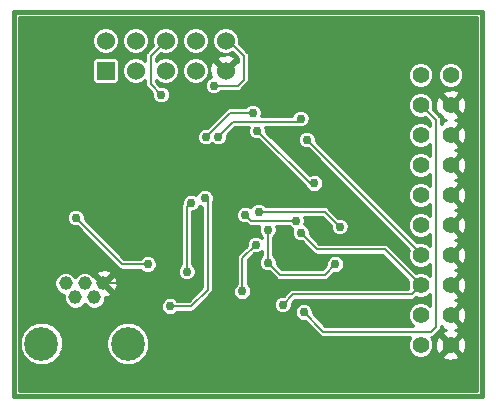
<source format=gbl>
G04 (created by PCBNEW-RS274X (2010-03-14)-final) date mar 08 nov 2011 08:32:22 ART*
G01*
G70*
G90*
%MOIN*%
G04 Gerber Fmt 3.4, Leading zero omitted, Abs format*
%FSLAX34Y34*%
G04 APERTURE LIST*
%ADD10C,0.000100*%
%ADD11C,0.015000*%
%ADD12C,0.045300*%
%ADD13C,0.112200*%
%ADD14C,0.056000*%
%ADD15R,0.060000X0.060000*%
%ADD16C,0.060000*%
%ADD17C,0.029800*%
%ADD18C,0.006900*%
%ADD19C,0.010000*%
G04 APERTURE END LIST*
G54D10*
G54D11*
X51900Y-31500D02*
X51900Y-18700D01*
X67500Y-31500D02*
X51900Y-31500D01*
X67500Y-18700D02*
X67500Y-31500D01*
X51900Y-18700D02*
X67500Y-18700D01*
G54D12*
X54250Y-27743D03*
X53936Y-28215D03*
X54879Y-27743D03*
X54564Y-28215D03*
G54D13*
X55687Y-29750D03*
X52813Y-29750D03*
G54D12*
X53621Y-27743D03*
G54D14*
X65450Y-20800D03*
X66450Y-20800D03*
X65450Y-21800D03*
X66450Y-21800D03*
X65450Y-22800D03*
X66450Y-22800D03*
X65450Y-23800D03*
X66450Y-23800D03*
X65450Y-24800D03*
X66450Y-24800D03*
X65450Y-25800D03*
X66450Y-25800D03*
X65450Y-26800D03*
X66450Y-26800D03*
X65450Y-27800D03*
X66450Y-27800D03*
X65450Y-28800D03*
X66450Y-28800D03*
X65450Y-29800D03*
X66450Y-29800D03*
G54D15*
X54950Y-20650D03*
G54D16*
X54950Y-19650D03*
X55950Y-20650D03*
X55950Y-19650D03*
X56950Y-20650D03*
X56950Y-19650D03*
X57950Y-20650D03*
X57950Y-19650D03*
X58950Y-20650D03*
X58950Y-19650D03*
G54D17*
X56800Y-21450D03*
X62600Y-27100D03*
X60350Y-25950D03*
X60350Y-27050D03*
X60050Y-25350D03*
X62750Y-25850D03*
X61300Y-25650D03*
X59600Y-25450D03*
X59850Y-22050D03*
X58300Y-22850D03*
X61450Y-26050D03*
X60850Y-28450D03*
X61900Y-24400D03*
X60000Y-22650D03*
X61650Y-22950D03*
X61550Y-28700D03*
X61450Y-22250D03*
X58700Y-22850D03*
X58550Y-21150D03*
X59500Y-28000D03*
X59950Y-26450D03*
X56850Y-24700D03*
X54350Y-27200D03*
X57800Y-25050D03*
X57650Y-27350D03*
X58250Y-24900D03*
X57100Y-28500D03*
X56350Y-27100D03*
X53950Y-25550D03*
G54D18*
X56450Y-20150D02*
X56950Y-19650D01*
X56450Y-21100D02*
X56450Y-20150D01*
X56800Y-21450D02*
X56450Y-21100D01*
X60350Y-27050D02*
X60750Y-27450D01*
X60750Y-27450D02*
X62250Y-27450D01*
X62250Y-27450D02*
X62600Y-27100D01*
X60350Y-25950D02*
X60350Y-27050D01*
X62250Y-25350D02*
X60050Y-25350D01*
X62750Y-25850D02*
X62250Y-25350D01*
X59800Y-25650D02*
X61300Y-25650D01*
X59600Y-25450D02*
X59800Y-25650D01*
X59100Y-22050D02*
X59850Y-22050D01*
X58300Y-22850D02*
X59100Y-22050D01*
X64250Y-26600D02*
X65450Y-27800D01*
X62000Y-26600D02*
X64250Y-26600D01*
X61450Y-26050D02*
X62000Y-26600D01*
X61200Y-28100D02*
X63850Y-28100D01*
X65150Y-28100D02*
X65450Y-27800D01*
X63850Y-28100D02*
X65150Y-28100D01*
X60850Y-28450D02*
X61200Y-28100D01*
X61750Y-24400D02*
X61900Y-24400D01*
X60000Y-22650D02*
X61750Y-24400D01*
X65450Y-26750D02*
X61650Y-22950D01*
X65450Y-26800D02*
X65450Y-26750D01*
X61550Y-28700D02*
X62200Y-29350D01*
X62200Y-29350D02*
X65800Y-29350D01*
X65800Y-29350D02*
X65950Y-29200D01*
X65950Y-29200D02*
X65950Y-22300D01*
X65950Y-22300D02*
X65450Y-21800D01*
X61350Y-22350D02*
X61450Y-22250D01*
X59200Y-22350D02*
X61350Y-22350D01*
X58700Y-22850D02*
X59200Y-22350D01*
X59050Y-19650D02*
X58950Y-19650D01*
X59550Y-20150D02*
X59050Y-19650D01*
X59550Y-20950D02*
X59550Y-20150D01*
X59350Y-21150D02*
X59550Y-20950D01*
X58550Y-21150D02*
X59350Y-21150D01*
X59500Y-26900D02*
X59500Y-28000D01*
X59950Y-26450D02*
X59500Y-26900D01*
X54879Y-27743D02*
X56407Y-27743D01*
X57050Y-27100D02*
X56407Y-27743D01*
X57050Y-24900D02*
X57050Y-27100D01*
X57050Y-24900D02*
X56850Y-24700D01*
X54879Y-27729D02*
X54879Y-27743D01*
X54350Y-27200D02*
X54879Y-27729D01*
X57800Y-25050D02*
X57650Y-25200D01*
X57650Y-25200D02*
X57650Y-27350D01*
X58350Y-27250D02*
X58350Y-27950D01*
X58250Y-24900D02*
X58350Y-25000D01*
X58350Y-25000D02*
X58350Y-27250D01*
X58350Y-27950D02*
X57800Y-28500D01*
X57800Y-28500D02*
X57100Y-28500D01*
X55500Y-27100D02*
X56350Y-27100D01*
X53950Y-25550D02*
X55500Y-27100D01*
G54D19*
X52075Y-18875D02*
X67325Y-18875D01*
X52075Y-18955D02*
X67325Y-18955D01*
X52075Y-19035D02*
X67325Y-19035D01*
X52075Y-19115D02*
X67325Y-19115D01*
X52075Y-19195D02*
X67325Y-19195D01*
X52075Y-19275D02*
X54690Y-19275D01*
X55210Y-19275D02*
X55690Y-19275D01*
X56210Y-19275D02*
X56690Y-19275D01*
X57210Y-19275D02*
X57690Y-19275D01*
X58210Y-19275D02*
X58690Y-19275D01*
X59210Y-19275D02*
X67325Y-19275D01*
X52075Y-19355D02*
X54610Y-19355D01*
X55290Y-19355D02*
X55610Y-19355D01*
X56290Y-19355D02*
X56610Y-19355D01*
X57290Y-19355D02*
X57610Y-19355D01*
X58290Y-19355D02*
X58610Y-19355D01*
X59290Y-19355D02*
X67325Y-19355D01*
X52075Y-19435D02*
X54554Y-19435D01*
X55348Y-19435D02*
X55554Y-19435D01*
X56348Y-19435D02*
X56554Y-19435D01*
X57348Y-19435D02*
X57554Y-19435D01*
X58348Y-19435D02*
X58554Y-19435D01*
X59348Y-19435D02*
X67325Y-19435D01*
X52075Y-19515D02*
X54520Y-19515D01*
X55381Y-19515D02*
X55520Y-19515D01*
X56381Y-19515D02*
X56520Y-19515D01*
X57381Y-19515D02*
X57520Y-19515D01*
X58381Y-19515D02*
X58520Y-19515D01*
X59381Y-19515D02*
X67325Y-19515D01*
X52075Y-19595D02*
X54501Y-19595D01*
X55399Y-19595D02*
X55501Y-19595D01*
X56399Y-19595D02*
X56501Y-19595D01*
X57399Y-19595D02*
X57501Y-19595D01*
X58399Y-19595D02*
X58501Y-19595D01*
X59399Y-19595D02*
X67325Y-19595D01*
X52075Y-19675D02*
X54501Y-19675D01*
X55399Y-19675D02*
X55501Y-19675D01*
X56399Y-19675D02*
X56501Y-19675D01*
X57399Y-19675D02*
X57501Y-19675D01*
X58399Y-19675D02*
X58501Y-19675D01*
X59399Y-19675D02*
X67325Y-19675D01*
X52075Y-19755D02*
X54507Y-19755D01*
X55392Y-19755D02*
X55507Y-19755D01*
X56392Y-19755D02*
X56507Y-19755D01*
X57392Y-19755D02*
X57507Y-19755D01*
X58392Y-19755D02*
X58507Y-19755D01*
X59415Y-19755D02*
X67325Y-19755D01*
X52075Y-19835D02*
X54540Y-19835D01*
X55359Y-19835D02*
X55540Y-19835D01*
X56359Y-19835D02*
X56505Y-19835D01*
X57359Y-19835D02*
X57540Y-19835D01*
X58359Y-19835D02*
X58540Y-19835D01*
X59495Y-19835D02*
X67325Y-19835D01*
X52075Y-19915D02*
X54580Y-19915D01*
X55320Y-19915D02*
X55580Y-19915D01*
X56320Y-19915D02*
X56425Y-19915D01*
X57320Y-19915D02*
X57580Y-19915D01*
X58320Y-19915D02*
X58580Y-19915D01*
X59575Y-19915D02*
X67325Y-19915D01*
X52075Y-19995D02*
X54660Y-19995D01*
X55240Y-19995D02*
X55660Y-19995D01*
X56240Y-19995D02*
X56345Y-19995D01*
X57240Y-19995D02*
X57660Y-19995D01*
X58240Y-19995D02*
X58660Y-19995D01*
X59655Y-19995D02*
X67325Y-19995D01*
X52075Y-20075D02*
X54802Y-20075D01*
X55097Y-20075D02*
X55802Y-20075D01*
X56097Y-20075D02*
X56283Y-20075D01*
X56784Y-20075D02*
X56804Y-20075D01*
X57097Y-20075D02*
X57802Y-20075D01*
X58097Y-20075D02*
X58802Y-20075D01*
X59096Y-20075D02*
X59215Y-20075D01*
X59718Y-20075D02*
X67325Y-20075D01*
X52075Y-20155D02*
X56266Y-20155D01*
X56704Y-20155D02*
X58726Y-20155D01*
X59166Y-20155D02*
X59295Y-20155D01*
X59734Y-20155D02*
X67325Y-20155D01*
X52075Y-20235D02*
X54554Y-20235D01*
X55346Y-20235D02*
X55778Y-20235D01*
X56122Y-20235D02*
X56266Y-20235D01*
X56634Y-20235D02*
X56779Y-20235D01*
X57122Y-20235D02*
X57778Y-20235D01*
X58122Y-20235D02*
X58653Y-20235D01*
X59248Y-20235D02*
X59366Y-20235D01*
X59734Y-20235D02*
X67325Y-20235D01*
X52075Y-20315D02*
X54504Y-20315D01*
X55397Y-20315D02*
X55650Y-20315D01*
X56250Y-20315D02*
X56266Y-20315D01*
X56634Y-20315D02*
X56650Y-20315D01*
X57250Y-20315D02*
X57650Y-20315D01*
X58250Y-20315D02*
X58685Y-20315D01*
X59214Y-20315D02*
X59366Y-20315D01*
X59734Y-20315D02*
X67325Y-20315D01*
X52075Y-20395D02*
X54501Y-20395D01*
X55399Y-20395D02*
X55570Y-20395D01*
X57330Y-20395D02*
X57570Y-20395D01*
X58330Y-20395D02*
X58469Y-20395D01*
X58625Y-20395D02*
X58765Y-20395D01*
X59134Y-20395D02*
X59276Y-20395D01*
X59734Y-20395D02*
X65305Y-20395D01*
X65596Y-20395D02*
X66305Y-20395D01*
X66596Y-20395D02*
X67325Y-20395D01*
X52075Y-20475D02*
X54501Y-20475D01*
X55399Y-20475D02*
X55537Y-20475D01*
X57364Y-20475D02*
X57537Y-20475D01*
X58364Y-20475D02*
X58441Y-20475D01*
X58705Y-20475D02*
X58845Y-20475D01*
X59054Y-20475D02*
X59196Y-20475D01*
X59734Y-20475D02*
X65167Y-20475D01*
X65733Y-20475D02*
X66167Y-20475D01*
X66733Y-20475D02*
X67325Y-20475D01*
X52075Y-20555D02*
X54501Y-20555D01*
X55399Y-20555D02*
X55504Y-20555D01*
X57397Y-20555D02*
X57504Y-20555D01*
X58397Y-20555D02*
X58413Y-20555D01*
X58785Y-20555D02*
X58925Y-20555D01*
X58974Y-20555D02*
X59116Y-20555D01*
X59734Y-20555D02*
X65087Y-20555D01*
X65813Y-20555D02*
X66087Y-20555D01*
X66813Y-20555D02*
X67325Y-20555D01*
X52075Y-20635D02*
X54501Y-20635D01*
X55399Y-20635D02*
X55501Y-20635D01*
X57399Y-20635D02*
X57501Y-20635D01*
X58399Y-20635D02*
X58410Y-20635D01*
X58865Y-20635D02*
X59036Y-20635D01*
X59734Y-20635D02*
X65053Y-20635D01*
X65848Y-20635D02*
X66053Y-20635D01*
X66848Y-20635D02*
X67325Y-20635D01*
X52075Y-20715D02*
X54501Y-20715D01*
X55399Y-20715D02*
X55501Y-20715D01*
X57399Y-20715D02*
X57501Y-20715D01*
X58399Y-20715D02*
X58414Y-20715D01*
X58944Y-20715D02*
X58956Y-20715D01*
X59734Y-20715D02*
X65020Y-20715D01*
X65880Y-20715D02*
X66020Y-20715D01*
X66880Y-20715D02*
X67325Y-20715D01*
X52075Y-20795D02*
X54501Y-20795D01*
X55399Y-20795D02*
X55524Y-20795D01*
X57376Y-20795D02*
X57524Y-20795D01*
X58376Y-20795D02*
X58422Y-20795D01*
X59734Y-20795D02*
X65020Y-20795D01*
X65880Y-20795D02*
X66020Y-20795D01*
X66880Y-20795D02*
X67325Y-20795D01*
X52075Y-20875D02*
X54501Y-20875D01*
X55399Y-20875D02*
X55557Y-20875D01*
X57342Y-20875D02*
X57557Y-20875D01*
X58342Y-20875D02*
X58434Y-20875D01*
X59734Y-20875D02*
X65020Y-20875D01*
X65880Y-20875D02*
X66020Y-20875D01*
X66880Y-20875D02*
X67325Y-20875D01*
X52075Y-20955D02*
X54501Y-20955D01*
X55399Y-20955D02*
X55620Y-20955D01*
X57280Y-20955D02*
X57620Y-20955D01*
X58280Y-20955D02*
X58324Y-20955D01*
X59733Y-20955D02*
X65048Y-20955D01*
X65851Y-20955D02*
X66048Y-20955D01*
X66851Y-20955D02*
X67325Y-20955D01*
X52075Y-21035D02*
X54524Y-21035D01*
X55376Y-21035D02*
X55706Y-21035D01*
X56194Y-21035D02*
X56266Y-21035D01*
X56645Y-21035D02*
X56706Y-21035D01*
X57194Y-21035D02*
X57706Y-21035D01*
X58194Y-21035D02*
X58276Y-21035D01*
X59709Y-21035D02*
X65081Y-21035D01*
X65817Y-21035D02*
X66081Y-21035D01*
X66817Y-21035D02*
X67325Y-21035D01*
X52075Y-21115D02*
X56268Y-21115D01*
X56725Y-21115D02*
X58252Y-21115D01*
X59645Y-21115D02*
X65157Y-21115D01*
X65743Y-21115D02*
X66157Y-21115D01*
X66743Y-21115D02*
X67325Y-21115D01*
X52075Y-21195D02*
X56296Y-21195D01*
X56962Y-21195D02*
X58252Y-21195D01*
X59565Y-21195D02*
X65280Y-21195D01*
X65620Y-21195D02*
X66280Y-21195D01*
X66620Y-21195D02*
X67325Y-21195D01*
X52075Y-21275D02*
X56365Y-21275D01*
X57047Y-21275D02*
X58279Y-21275D01*
X59485Y-21275D02*
X67325Y-21275D01*
X52075Y-21355D02*
X56445Y-21355D01*
X57084Y-21355D02*
X58333Y-21355D01*
X58766Y-21355D02*
X66179Y-21355D01*
X66722Y-21355D02*
X67325Y-21355D01*
X52075Y-21435D02*
X56502Y-21435D01*
X57098Y-21435D02*
X58459Y-21435D01*
X58640Y-21435D02*
X65207Y-21435D01*
X65692Y-21435D02*
X66158Y-21435D01*
X66743Y-21435D02*
X67325Y-21435D01*
X52075Y-21515D02*
X56504Y-21515D01*
X57095Y-21515D02*
X65127Y-21515D01*
X65773Y-21515D02*
X66056Y-21515D01*
X66094Y-21515D02*
X66236Y-21515D01*
X66664Y-21515D02*
X66806Y-21515D01*
X66845Y-21515D02*
X67325Y-21515D01*
X52075Y-21595D02*
X56537Y-21595D01*
X57062Y-21595D02*
X65070Y-21595D01*
X65831Y-21595D02*
X65972Y-21595D01*
X66174Y-21595D02*
X66316Y-21595D01*
X66584Y-21595D02*
X66726Y-21595D01*
X66933Y-21595D02*
X67325Y-21595D01*
X52075Y-21675D02*
X56603Y-21675D01*
X56996Y-21675D02*
X65037Y-21675D01*
X65864Y-21675D02*
X65944Y-21675D01*
X66254Y-21675D02*
X66396Y-21675D01*
X66504Y-21675D02*
X66646Y-21675D01*
X66964Y-21675D02*
X67325Y-21675D01*
X52075Y-21755D02*
X59784Y-21755D01*
X59918Y-21755D02*
X65020Y-21755D01*
X65880Y-21755D02*
X65927Y-21755D01*
X66334Y-21755D02*
X66566Y-21755D01*
X66968Y-21755D02*
X67325Y-21755D01*
X52075Y-21835D02*
X59643Y-21835D01*
X60057Y-21835D02*
X65020Y-21835D01*
X65880Y-21835D02*
X65931Y-21835D01*
X66414Y-21835D02*
X66556Y-21835D01*
X66972Y-21835D02*
X67325Y-21835D01*
X52075Y-21915D02*
X58978Y-21915D01*
X60117Y-21915D02*
X65032Y-21915D01*
X65867Y-21915D02*
X65936Y-21915D01*
X66494Y-21915D02*
X66636Y-21915D01*
X66959Y-21915D02*
X67325Y-21915D01*
X52075Y-21995D02*
X58895Y-21995D01*
X60148Y-21995D02*
X61286Y-21995D01*
X61612Y-21995D02*
X65065Y-21995D01*
X65905Y-21995D02*
X65963Y-21995D01*
X66574Y-21995D02*
X66716Y-21995D01*
X66931Y-21995D02*
X67325Y-21995D01*
X52075Y-22075D02*
X58815Y-22075D01*
X60148Y-22075D02*
X61204Y-22075D01*
X61697Y-22075D02*
X65117Y-22075D01*
X65985Y-22075D02*
X66017Y-22075D01*
X66654Y-22075D02*
X66796Y-22075D01*
X66883Y-22075D02*
X67325Y-22075D01*
X52075Y-22155D02*
X58735Y-22155D01*
X60128Y-22155D02*
X61167Y-22155D01*
X61734Y-22155D02*
X65197Y-22155D01*
X66065Y-22155D02*
X66114Y-22155D01*
X66734Y-22155D02*
X67325Y-22155D01*
X52075Y-22235D02*
X58655Y-22235D01*
X61748Y-22235D02*
X65625Y-22235D01*
X66122Y-22235D02*
X66175Y-22235D01*
X66724Y-22235D02*
X67325Y-22235D01*
X52075Y-22315D02*
X58575Y-22315D01*
X61745Y-22315D02*
X65705Y-22315D01*
X66134Y-22315D02*
X66251Y-22315D01*
X66637Y-22315D02*
X67325Y-22315D01*
X52075Y-22395D02*
X58495Y-22395D01*
X61712Y-22395D02*
X65305Y-22395D01*
X65596Y-22395D02*
X65766Y-22395D01*
X66134Y-22395D02*
X66168Y-22395D01*
X66733Y-22395D02*
X67325Y-22395D01*
X52075Y-22475D02*
X58415Y-22475D01*
X61646Y-22475D02*
X65167Y-22475D01*
X65733Y-22475D02*
X65766Y-22475D01*
X66704Y-22475D02*
X67325Y-22475D01*
X52075Y-22555D02*
X58234Y-22555D01*
X59254Y-22555D02*
X59717Y-22555D01*
X60283Y-22555D02*
X65087Y-22555D01*
X66624Y-22555D02*
X66766Y-22555D01*
X66916Y-22555D02*
X67325Y-22555D01*
X52075Y-22635D02*
X58094Y-22635D01*
X59174Y-22635D02*
X59702Y-22635D01*
X60298Y-22635D02*
X65053Y-22635D01*
X66544Y-22635D02*
X66686Y-22635D01*
X66950Y-22635D02*
X67325Y-22635D01*
X52075Y-22715D02*
X58034Y-22715D01*
X59094Y-22715D02*
X59704Y-22715D01*
X60325Y-22715D02*
X61464Y-22715D01*
X61837Y-22715D02*
X65020Y-22715D01*
X66464Y-22715D02*
X66606Y-22715D01*
X66966Y-22715D02*
X67325Y-22715D01*
X52075Y-22795D02*
X58002Y-22795D01*
X59014Y-22795D02*
X59737Y-22795D01*
X60405Y-22795D02*
X61393Y-22795D01*
X61909Y-22795D02*
X65020Y-22795D01*
X66384Y-22795D02*
X66526Y-22795D01*
X66970Y-22795D02*
X67325Y-22795D01*
X52075Y-22875D02*
X58002Y-22875D01*
X58998Y-22875D02*
X59803Y-22875D01*
X60485Y-22875D02*
X61359Y-22875D01*
X61942Y-22875D02*
X65020Y-22875D01*
X66454Y-22875D02*
X66596Y-22875D01*
X66973Y-22875D02*
X67325Y-22875D01*
X52075Y-22955D02*
X58020Y-22955D01*
X58979Y-22955D02*
X60045Y-22955D01*
X60565Y-22955D02*
X61352Y-22955D01*
X61948Y-22955D02*
X65048Y-22955D01*
X66534Y-22955D02*
X66676Y-22955D01*
X66945Y-22955D02*
X67325Y-22955D01*
X52075Y-23035D02*
X58063Y-23035D01*
X58936Y-23035D02*
X60125Y-23035D01*
X60645Y-23035D02*
X61362Y-23035D01*
X61995Y-23035D02*
X65081Y-23035D01*
X66614Y-23035D02*
X66756Y-23035D01*
X66917Y-23035D02*
X67325Y-23035D01*
X52075Y-23115D02*
X58161Y-23115D01*
X58439Y-23115D02*
X58561Y-23115D01*
X58839Y-23115D02*
X60205Y-23115D01*
X60725Y-23115D02*
X61395Y-23115D01*
X62075Y-23115D02*
X65157Y-23115D01*
X65743Y-23115D02*
X65766Y-23115D01*
X66694Y-23115D02*
X67325Y-23115D01*
X52075Y-23195D02*
X60285Y-23195D01*
X60805Y-23195D02*
X61473Y-23195D01*
X62155Y-23195D02*
X65280Y-23195D01*
X65620Y-23195D02*
X65766Y-23195D01*
X66734Y-23195D02*
X67325Y-23195D01*
X52075Y-23275D02*
X60365Y-23275D01*
X60885Y-23275D02*
X61715Y-23275D01*
X62235Y-23275D02*
X65766Y-23275D01*
X66672Y-23275D02*
X67325Y-23275D01*
X52075Y-23355D02*
X60445Y-23355D01*
X60965Y-23355D02*
X61795Y-23355D01*
X62315Y-23355D02*
X65766Y-23355D01*
X66722Y-23355D02*
X67325Y-23355D01*
X52075Y-23435D02*
X60525Y-23435D01*
X61045Y-23435D02*
X61875Y-23435D01*
X62395Y-23435D02*
X65207Y-23435D01*
X65692Y-23435D02*
X65766Y-23435D01*
X66743Y-23435D02*
X67325Y-23435D01*
X52075Y-23515D02*
X60605Y-23515D01*
X61125Y-23515D02*
X61955Y-23515D01*
X62475Y-23515D02*
X65127Y-23515D01*
X66664Y-23515D02*
X66806Y-23515D01*
X66845Y-23515D02*
X67325Y-23515D01*
X52075Y-23595D02*
X60685Y-23595D01*
X61205Y-23595D02*
X62035Y-23595D01*
X62555Y-23595D02*
X65070Y-23595D01*
X66584Y-23595D02*
X66726Y-23595D01*
X66933Y-23595D02*
X67325Y-23595D01*
X52075Y-23675D02*
X60765Y-23675D01*
X61285Y-23675D02*
X62115Y-23675D01*
X62635Y-23675D02*
X65037Y-23675D01*
X66504Y-23675D02*
X66646Y-23675D01*
X66964Y-23675D02*
X67325Y-23675D01*
X52075Y-23755D02*
X60845Y-23755D01*
X61365Y-23755D02*
X62195Y-23755D01*
X62715Y-23755D02*
X65020Y-23755D01*
X66424Y-23755D02*
X66566Y-23755D01*
X66968Y-23755D02*
X67325Y-23755D01*
X52075Y-23835D02*
X60925Y-23835D01*
X61445Y-23835D02*
X62275Y-23835D01*
X62795Y-23835D02*
X65020Y-23835D01*
X66414Y-23835D02*
X66556Y-23835D01*
X66972Y-23835D02*
X67325Y-23835D01*
X52075Y-23915D02*
X61005Y-23915D01*
X61525Y-23915D02*
X62355Y-23915D01*
X62875Y-23915D02*
X65032Y-23915D01*
X66494Y-23915D02*
X66636Y-23915D01*
X66959Y-23915D02*
X67325Y-23915D01*
X52075Y-23995D02*
X61085Y-23995D01*
X61605Y-23995D02*
X62435Y-23995D01*
X62955Y-23995D02*
X65065Y-23995D01*
X66574Y-23995D02*
X66716Y-23995D01*
X66931Y-23995D02*
X67325Y-23995D01*
X52075Y-24075D02*
X61165Y-24075D01*
X61685Y-24075D02*
X62515Y-24075D01*
X63035Y-24075D02*
X65117Y-24075D01*
X66654Y-24075D02*
X66796Y-24075D01*
X66883Y-24075D02*
X67325Y-24075D01*
X52075Y-24155D02*
X61245Y-24155D01*
X62077Y-24155D02*
X62595Y-24155D01*
X63115Y-24155D02*
X65197Y-24155D01*
X65703Y-24155D02*
X65766Y-24155D01*
X66734Y-24155D02*
X67325Y-24155D01*
X52075Y-24235D02*
X61325Y-24235D01*
X62155Y-24235D02*
X62675Y-24235D01*
X63195Y-24235D02*
X65766Y-24235D01*
X66724Y-24235D02*
X67325Y-24235D01*
X52075Y-24315D02*
X61405Y-24315D01*
X62188Y-24315D02*
X62755Y-24315D01*
X63275Y-24315D02*
X65766Y-24315D01*
X66637Y-24315D02*
X67325Y-24315D01*
X52075Y-24395D02*
X61485Y-24395D01*
X62198Y-24395D02*
X62835Y-24395D01*
X63355Y-24395D02*
X65305Y-24395D01*
X65596Y-24395D02*
X65766Y-24395D01*
X66733Y-24395D02*
X67325Y-24395D01*
X52075Y-24475D02*
X61565Y-24475D01*
X62191Y-24475D02*
X62915Y-24475D01*
X63435Y-24475D02*
X65167Y-24475D01*
X65733Y-24475D02*
X65766Y-24475D01*
X66704Y-24475D02*
X67325Y-24475D01*
X52075Y-24555D02*
X61641Y-24555D01*
X62157Y-24555D02*
X62995Y-24555D01*
X63515Y-24555D02*
X65087Y-24555D01*
X66624Y-24555D02*
X66766Y-24555D01*
X66916Y-24555D02*
X67325Y-24555D01*
X52075Y-24635D02*
X58111Y-24635D01*
X58389Y-24635D02*
X61713Y-24635D01*
X62086Y-24635D02*
X63075Y-24635D01*
X63595Y-24635D02*
X65053Y-24635D01*
X66544Y-24635D02*
X66686Y-24635D01*
X66950Y-24635D02*
X67325Y-24635D01*
X52075Y-24715D02*
X58014Y-24715D01*
X58487Y-24715D02*
X63155Y-24715D01*
X63675Y-24715D02*
X65020Y-24715D01*
X66464Y-24715D02*
X66606Y-24715D01*
X66966Y-24715D02*
X67325Y-24715D01*
X52075Y-24795D02*
X57636Y-24795D01*
X57962Y-24795D02*
X57971Y-24795D01*
X58530Y-24795D02*
X63235Y-24795D01*
X63755Y-24795D02*
X65020Y-24795D01*
X66384Y-24795D02*
X66526Y-24795D01*
X66970Y-24795D02*
X67325Y-24795D01*
X52075Y-24875D02*
X57554Y-24875D01*
X58548Y-24875D02*
X63315Y-24875D01*
X63835Y-24875D02*
X65020Y-24875D01*
X66454Y-24875D02*
X66596Y-24875D01*
X66973Y-24875D02*
X67325Y-24875D01*
X52075Y-24955D02*
X57517Y-24955D01*
X58548Y-24955D02*
X63395Y-24955D01*
X63915Y-24955D02*
X65048Y-24955D01*
X66534Y-24955D02*
X66676Y-24955D01*
X66945Y-24955D02*
X67325Y-24955D01*
X52075Y-25035D02*
X57502Y-25035D01*
X58534Y-25035D02*
X63475Y-25035D01*
X63995Y-25035D02*
X65081Y-25035D01*
X66614Y-25035D02*
X66756Y-25035D01*
X66917Y-25035D02*
X67325Y-25035D01*
X52075Y-25115D02*
X57490Y-25115D01*
X58534Y-25115D02*
X59864Y-25115D01*
X60236Y-25115D02*
X63555Y-25115D01*
X64075Y-25115D02*
X65157Y-25115D01*
X65743Y-25115D02*
X65766Y-25115D01*
X66694Y-25115D02*
X67325Y-25115D01*
X52075Y-25195D02*
X57467Y-25195D01*
X58061Y-25195D02*
X58166Y-25195D01*
X58534Y-25195D02*
X59436Y-25195D01*
X59762Y-25195D02*
X59792Y-25195D01*
X62344Y-25195D02*
X63635Y-25195D01*
X64155Y-25195D02*
X65280Y-25195D01*
X65620Y-25195D02*
X65766Y-25195D01*
X66734Y-25195D02*
X67325Y-25195D01*
X52075Y-25275D02*
X53835Y-25275D01*
X54065Y-25275D02*
X57466Y-25275D01*
X57996Y-25275D02*
X58166Y-25275D01*
X58534Y-25275D02*
X59354Y-25275D01*
X62435Y-25275D02*
X63715Y-25275D01*
X64235Y-25275D02*
X65766Y-25275D01*
X66672Y-25275D02*
X67325Y-25275D01*
X52075Y-25355D02*
X53724Y-25355D01*
X54177Y-25355D02*
X57466Y-25355D01*
X57834Y-25355D02*
X58166Y-25355D01*
X58534Y-25355D02*
X59317Y-25355D01*
X62515Y-25355D02*
X63795Y-25355D01*
X64315Y-25355D02*
X65766Y-25355D01*
X66722Y-25355D02*
X67325Y-25355D01*
X52075Y-25435D02*
X53676Y-25435D01*
X54226Y-25435D02*
X57466Y-25435D01*
X57834Y-25435D02*
X58166Y-25435D01*
X58534Y-25435D02*
X59302Y-25435D01*
X62595Y-25435D02*
X63875Y-25435D01*
X64395Y-25435D02*
X65207Y-25435D01*
X65692Y-25435D02*
X65766Y-25435D01*
X66743Y-25435D02*
X67325Y-25435D01*
X52075Y-25515D02*
X53652Y-25515D01*
X54248Y-25515D02*
X57466Y-25515D01*
X57834Y-25515D02*
X58166Y-25515D01*
X58534Y-25515D02*
X59304Y-25515D01*
X62675Y-25515D02*
X63955Y-25515D01*
X64475Y-25515D02*
X65127Y-25515D01*
X66664Y-25515D02*
X66806Y-25515D01*
X66845Y-25515D02*
X67325Y-25515D01*
X52075Y-25595D02*
X53652Y-25595D01*
X54255Y-25595D02*
X57466Y-25595D01*
X57834Y-25595D02*
X58166Y-25595D01*
X58534Y-25595D02*
X59337Y-25595D01*
X61598Y-25595D02*
X62235Y-25595D01*
X62912Y-25595D02*
X64035Y-25595D01*
X64555Y-25595D02*
X65070Y-25595D01*
X66584Y-25595D02*
X66726Y-25595D01*
X66933Y-25595D02*
X67325Y-25595D01*
X52075Y-25675D02*
X53679Y-25675D01*
X54335Y-25675D02*
X57466Y-25675D01*
X57834Y-25675D02*
X58166Y-25675D01*
X58534Y-25675D02*
X59403Y-25675D01*
X61598Y-25675D02*
X62315Y-25675D01*
X62997Y-25675D02*
X64115Y-25675D01*
X64635Y-25675D02*
X65037Y-25675D01*
X66504Y-25675D02*
X66646Y-25675D01*
X66964Y-25675D02*
X67325Y-25675D01*
X52075Y-25755D02*
X53733Y-25755D01*
X54415Y-25755D02*
X57466Y-25755D01*
X57834Y-25755D02*
X58166Y-25755D01*
X58534Y-25755D02*
X59644Y-25755D01*
X61578Y-25755D02*
X62395Y-25755D01*
X63034Y-25755D02*
X64195Y-25755D01*
X64715Y-25755D02*
X65020Y-25755D01*
X66424Y-25755D02*
X66566Y-25755D01*
X66968Y-25755D02*
X67325Y-25755D01*
X52075Y-25835D02*
X53859Y-25835D01*
X54495Y-25835D02*
X57466Y-25835D01*
X57834Y-25835D02*
X58166Y-25835D01*
X58534Y-25835D02*
X60075Y-25835D01*
X60625Y-25835D02*
X61063Y-25835D01*
X61657Y-25835D02*
X62452Y-25835D01*
X63048Y-25835D02*
X64275Y-25835D01*
X64795Y-25835D02*
X65020Y-25835D01*
X66414Y-25835D02*
X66556Y-25835D01*
X66972Y-25835D02*
X67325Y-25835D01*
X52075Y-25915D02*
X54055Y-25915D01*
X54575Y-25915D02*
X57466Y-25915D01*
X57834Y-25915D02*
X58166Y-25915D01*
X58534Y-25915D02*
X60052Y-25915D01*
X60648Y-25915D02*
X61162Y-25915D01*
X61717Y-25915D02*
X62454Y-25915D01*
X63045Y-25915D02*
X64355Y-25915D01*
X64875Y-25915D02*
X65032Y-25915D01*
X66494Y-25915D02*
X66636Y-25915D01*
X66959Y-25915D02*
X67325Y-25915D01*
X52075Y-25995D02*
X54135Y-25995D01*
X54655Y-25995D02*
X57466Y-25995D01*
X57834Y-25995D02*
X58166Y-25995D01*
X58534Y-25995D02*
X60052Y-25995D01*
X60648Y-25995D02*
X61152Y-25995D01*
X61748Y-25995D02*
X62487Y-25995D01*
X63012Y-25995D02*
X64435Y-25995D01*
X64955Y-25995D02*
X65065Y-25995D01*
X66574Y-25995D02*
X66716Y-25995D01*
X66931Y-25995D02*
X67325Y-25995D01*
X52075Y-26075D02*
X54215Y-26075D01*
X54735Y-26075D02*
X57466Y-26075D01*
X57834Y-26075D02*
X58166Y-26075D01*
X58534Y-26075D02*
X60079Y-26075D01*
X60620Y-26075D02*
X61152Y-26075D01*
X61748Y-26075D02*
X62553Y-26075D01*
X62946Y-26075D02*
X64515Y-26075D01*
X65035Y-26075D02*
X65117Y-26075D01*
X66654Y-26075D02*
X66796Y-26075D01*
X66883Y-26075D02*
X67325Y-26075D01*
X52075Y-26155D02*
X54295Y-26155D01*
X54815Y-26155D02*
X57466Y-26155D01*
X57834Y-26155D02*
X58166Y-26155D01*
X58534Y-26155D02*
X59884Y-26155D01*
X60018Y-26155D02*
X60133Y-26155D01*
X60566Y-26155D02*
X61170Y-26155D01*
X61816Y-26155D02*
X64595Y-26155D01*
X65115Y-26155D02*
X65197Y-26155D01*
X65703Y-26155D02*
X65766Y-26155D01*
X66734Y-26155D02*
X67325Y-26155D01*
X52075Y-26235D02*
X54375Y-26235D01*
X54895Y-26235D02*
X57466Y-26235D01*
X57834Y-26235D02*
X58166Y-26235D01*
X58534Y-26235D02*
X59744Y-26235D01*
X60157Y-26235D02*
X60166Y-26235D01*
X60534Y-26235D02*
X61213Y-26235D01*
X61896Y-26235D02*
X64675Y-26235D01*
X65195Y-26235D02*
X65766Y-26235D01*
X66724Y-26235D02*
X67325Y-26235D01*
X52075Y-26315D02*
X54455Y-26315D01*
X54975Y-26315D02*
X57466Y-26315D01*
X57834Y-26315D02*
X58166Y-26315D01*
X58534Y-26315D02*
X59684Y-26315D01*
X60534Y-26315D02*
X61311Y-26315D01*
X61976Y-26315D02*
X64755Y-26315D01*
X65275Y-26315D02*
X65766Y-26315D01*
X66637Y-26315D02*
X67325Y-26315D01*
X52075Y-26395D02*
X54535Y-26395D01*
X55055Y-26395D02*
X57466Y-26395D01*
X57834Y-26395D02*
X58166Y-26395D01*
X58534Y-26395D02*
X59652Y-26395D01*
X60534Y-26395D02*
X61534Y-26395D01*
X62056Y-26395D02*
X64835Y-26395D01*
X65596Y-26395D02*
X65766Y-26395D01*
X66733Y-26395D02*
X67325Y-26395D01*
X52075Y-26475D02*
X54615Y-26475D01*
X55135Y-26475D02*
X57466Y-26475D01*
X57834Y-26475D02*
X58166Y-26475D01*
X58534Y-26475D02*
X59652Y-26475D01*
X60534Y-26475D02*
X61614Y-26475D01*
X64385Y-26475D02*
X64915Y-26475D01*
X65733Y-26475D02*
X65766Y-26475D01*
X66704Y-26475D02*
X67325Y-26475D01*
X52075Y-26555D02*
X54695Y-26555D01*
X55215Y-26555D02*
X57466Y-26555D01*
X57834Y-26555D02*
X58166Y-26555D01*
X58534Y-26555D02*
X59585Y-26555D01*
X60534Y-26555D02*
X61694Y-26555D01*
X64465Y-26555D02*
X64995Y-26555D01*
X66624Y-26555D02*
X66766Y-26555D01*
X66916Y-26555D02*
X67325Y-26555D01*
X52075Y-26635D02*
X54775Y-26635D01*
X55295Y-26635D02*
X57466Y-26635D01*
X57834Y-26635D02*
X58166Y-26635D01*
X58534Y-26635D02*
X59505Y-26635D01*
X60534Y-26635D02*
X61774Y-26635D01*
X64545Y-26635D02*
X65053Y-26635D01*
X66544Y-26635D02*
X66686Y-26635D01*
X66950Y-26635D02*
X67325Y-26635D01*
X52075Y-26715D02*
X54855Y-26715D01*
X55375Y-26715D02*
X57466Y-26715D01*
X57834Y-26715D02*
X58166Y-26715D01*
X58534Y-26715D02*
X59425Y-26715D01*
X60089Y-26715D02*
X60166Y-26715D01*
X60534Y-26715D02*
X61854Y-26715D01*
X64625Y-26715D02*
X65020Y-26715D01*
X66464Y-26715D02*
X66606Y-26715D01*
X66966Y-26715D02*
X67325Y-26715D01*
X52075Y-26795D02*
X54935Y-26795D01*
X55455Y-26795D02*
X57466Y-26795D01*
X57834Y-26795D02*
X58166Y-26795D01*
X58534Y-26795D02*
X59354Y-26795D01*
X59865Y-26795D02*
X60166Y-26795D01*
X60534Y-26795D02*
X64185Y-26795D01*
X64705Y-26795D02*
X65020Y-26795D01*
X66384Y-26795D02*
X66526Y-26795D01*
X66970Y-26795D02*
X67325Y-26795D01*
X52075Y-26875D02*
X55015Y-26875D01*
X55535Y-26875D02*
X56153Y-26875D01*
X56547Y-26875D02*
X57466Y-26875D01*
X57834Y-26875D02*
X58166Y-26875D01*
X58534Y-26875D02*
X59321Y-26875D01*
X59785Y-26875D02*
X60104Y-26875D01*
X60597Y-26875D02*
X62404Y-26875D01*
X62797Y-26875D02*
X64265Y-26875D01*
X64785Y-26875D02*
X65020Y-26875D01*
X66454Y-26875D02*
X66596Y-26875D01*
X66973Y-26875D02*
X67325Y-26875D01*
X52075Y-26955D02*
X55095Y-26955D01*
X56613Y-26955D02*
X57466Y-26955D01*
X57834Y-26955D02*
X58166Y-26955D01*
X58534Y-26955D02*
X59316Y-26955D01*
X59705Y-26955D02*
X60067Y-26955D01*
X60634Y-26955D02*
X62338Y-26955D01*
X62863Y-26955D02*
X64345Y-26955D01*
X64865Y-26955D02*
X65048Y-26955D01*
X66534Y-26955D02*
X66676Y-26955D01*
X66945Y-26955D02*
X67325Y-26955D01*
X52075Y-27035D02*
X55175Y-27035D01*
X56646Y-27035D02*
X57466Y-27035D01*
X57834Y-27035D02*
X58166Y-27035D01*
X58534Y-27035D02*
X59316Y-27035D01*
X59684Y-27035D02*
X60052Y-27035D01*
X60648Y-27035D02*
X62305Y-27035D01*
X62896Y-27035D02*
X64425Y-27035D01*
X64945Y-27035D02*
X65081Y-27035D01*
X66614Y-27035D02*
X66756Y-27035D01*
X66917Y-27035D02*
X67325Y-27035D01*
X52075Y-27115D02*
X55255Y-27115D01*
X56648Y-27115D02*
X57464Y-27115D01*
X57837Y-27115D02*
X58166Y-27115D01*
X58534Y-27115D02*
X59316Y-27115D01*
X59684Y-27115D02*
X60054Y-27115D01*
X60676Y-27115D02*
X62302Y-27115D01*
X62898Y-27115D02*
X64505Y-27115D01*
X65025Y-27115D02*
X65157Y-27115D01*
X65743Y-27115D02*
X65766Y-27115D01*
X66694Y-27115D02*
X67325Y-27115D01*
X52075Y-27195D02*
X55335Y-27195D01*
X56633Y-27195D02*
X57393Y-27195D01*
X57909Y-27195D02*
X58166Y-27195D01*
X58534Y-27195D02*
X59316Y-27195D01*
X59684Y-27195D02*
X60087Y-27195D01*
X60756Y-27195D02*
X62245Y-27195D01*
X62883Y-27195D02*
X64585Y-27195D01*
X65105Y-27195D02*
X65280Y-27195D01*
X65620Y-27195D02*
X65766Y-27195D01*
X66734Y-27195D02*
X67325Y-27195D01*
X52075Y-27275D02*
X54895Y-27275D01*
X54950Y-27275D02*
X55454Y-27275D01*
X56596Y-27275D02*
X57359Y-27275D01*
X57942Y-27275D02*
X58166Y-27275D01*
X58534Y-27275D02*
X59316Y-27275D01*
X59684Y-27275D02*
X60153Y-27275D01*
X62846Y-27275D02*
X64665Y-27275D01*
X65185Y-27275D02*
X65766Y-27275D01*
X66672Y-27275D02*
X67325Y-27275D01*
X52075Y-27355D02*
X54637Y-27355D01*
X55122Y-27355D02*
X56188Y-27355D01*
X56514Y-27355D02*
X57352Y-27355D01*
X57948Y-27355D02*
X58166Y-27355D01*
X58534Y-27355D02*
X59316Y-27355D01*
X59684Y-27355D02*
X60394Y-27355D01*
X62764Y-27355D02*
X64745Y-27355D01*
X65265Y-27355D02*
X65766Y-27355D01*
X66722Y-27355D02*
X67325Y-27355D01*
X52075Y-27435D02*
X53398Y-27435D01*
X53845Y-27435D02*
X54027Y-27435D01*
X54474Y-27435D02*
X54641Y-27435D01*
X55116Y-27435D02*
X57362Y-27435D01*
X57937Y-27435D02*
X58166Y-27435D01*
X58534Y-27435D02*
X59316Y-27435D01*
X59684Y-27435D02*
X60474Y-27435D01*
X62525Y-27435D02*
X64825Y-27435D01*
X65692Y-27435D02*
X65766Y-27435D01*
X66743Y-27435D02*
X67325Y-27435D01*
X52075Y-27515D02*
X53318Y-27515D01*
X53925Y-27515D02*
X53946Y-27515D01*
X54581Y-27515D02*
X54721Y-27515D01*
X55036Y-27515D02*
X55178Y-27515D01*
X55296Y-27515D02*
X57395Y-27515D01*
X57903Y-27515D02*
X58166Y-27515D01*
X58534Y-27515D02*
X59316Y-27515D01*
X59684Y-27515D02*
X60554Y-27515D01*
X62445Y-27515D02*
X64905Y-27515D01*
X66664Y-27515D02*
X66806Y-27515D01*
X66845Y-27515D02*
X67325Y-27515D01*
X52075Y-27595D02*
X53276Y-27595D01*
X54661Y-27595D02*
X54801Y-27595D01*
X54956Y-27595D02*
X55098Y-27595D01*
X55328Y-27595D02*
X57473Y-27595D01*
X57826Y-27595D02*
X58166Y-27595D01*
X58534Y-27595D02*
X59316Y-27595D01*
X59684Y-27595D02*
X60642Y-27595D01*
X62357Y-27595D02*
X64985Y-27595D01*
X66584Y-27595D02*
X66726Y-27595D01*
X66933Y-27595D02*
X67325Y-27595D01*
X52075Y-27675D02*
X53245Y-27675D01*
X54741Y-27675D02*
X55018Y-27675D01*
X55342Y-27675D02*
X58166Y-27675D01*
X58534Y-27675D02*
X59316Y-27675D01*
X59684Y-27675D02*
X65036Y-27675D01*
X66504Y-27675D02*
X66646Y-27675D01*
X66964Y-27675D02*
X67325Y-27675D01*
X52075Y-27755D02*
X53245Y-27755D01*
X54820Y-27755D02*
X54961Y-27755D01*
X55347Y-27755D02*
X58166Y-27755D01*
X58534Y-27755D02*
X59316Y-27755D01*
X59684Y-27755D02*
X65020Y-27755D01*
X66424Y-27755D02*
X66566Y-27755D01*
X66968Y-27755D02*
X67325Y-27755D01*
X52075Y-27835D02*
X53252Y-27835D01*
X54901Y-27835D02*
X55041Y-27835D01*
X55339Y-27835D02*
X58166Y-27835D01*
X58534Y-27835D02*
X59247Y-27835D01*
X59755Y-27835D02*
X65020Y-27835D01*
X66414Y-27835D02*
X66556Y-27835D01*
X66972Y-27835D02*
X67325Y-27835D01*
X52075Y-27915D02*
X53285Y-27915D01*
X54981Y-27915D02*
X55121Y-27915D01*
X55313Y-27915D02*
X58124Y-27915D01*
X58534Y-27915D02*
X59213Y-27915D01*
X59788Y-27915D02*
X65031Y-27915D01*
X66494Y-27915D02*
X66636Y-27915D01*
X66959Y-27915D02*
X67325Y-27915D01*
X52075Y-27995D02*
X53341Y-27995D01*
X55061Y-27995D02*
X55201Y-27995D01*
X55219Y-27995D02*
X58044Y-27995D01*
X58525Y-27995D02*
X59202Y-27995D01*
X59798Y-27995D02*
X61045Y-27995D01*
X66574Y-27995D02*
X66716Y-27995D01*
X66931Y-27995D02*
X67325Y-27995D01*
X52075Y-28075D02*
X53440Y-28075D01*
X55132Y-28075D02*
X57964Y-28075D01*
X58483Y-28075D02*
X59208Y-28075D01*
X59791Y-28075D02*
X60965Y-28075D01*
X66654Y-28075D02*
X66796Y-28075D01*
X66883Y-28075D02*
X67325Y-28075D01*
X52075Y-28155D02*
X53560Y-28155D01*
X55117Y-28155D02*
X57884Y-28155D01*
X58405Y-28155D02*
X59241Y-28155D01*
X59757Y-28155D02*
X60784Y-28155D01*
X65703Y-28155D02*
X65766Y-28155D01*
X66734Y-28155D02*
X67325Y-28155D01*
X52075Y-28235D02*
X53560Y-28235D01*
X54940Y-28235D02*
X56961Y-28235D01*
X57239Y-28235D02*
X57804Y-28235D01*
X58325Y-28235D02*
X59313Y-28235D01*
X59686Y-28235D02*
X60644Y-28235D01*
X65272Y-28235D02*
X65766Y-28235D01*
X66724Y-28235D02*
X67325Y-28235D01*
X52075Y-28315D02*
X53570Y-28315D01*
X54929Y-28315D02*
X56864Y-28315D01*
X57336Y-28315D02*
X57724Y-28315D01*
X58245Y-28315D02*
X60584Y-28315D01*
X61244Y-28315D02*
X65766Y-28315D01*
X66637Y-28315D02*
X67325Y-28315D01*
X52075Y-28395D02*
X53603Y-28395D01*
X54896Y-28395D02*
X56821Y-28395D01*
X58165Y-28395D02*
X60552Y-28395D01*
X61164Y-28395D02*
X65305Y-28395D01*
X65596Y-28395D02*
X65766Y-28395D01*
X66733Y-28395D02*
X67325Y-28395D01*
X52075Y-28475D02*
X53664Y-28475D01*
X54207Y-28475D02*
X54292Y-28475D01*
X54835Y-28475D02*
X56802Y-28475D01*
X58085Y-28475D02*
X60552Y-28475D01*
X61148Y-28475D02*
X61354Y-28475D01*
X61747Y-28475D02*
X65167Y-28475D01*
X65733Y-28475D02*
X65766Y-28475D01*
X66704Y-28475D02*
X67325Y-28475D01*
X52075Y-28555D02*
X53774Y-28555D01*
X54097Y-28555D02*
X54402Y-28555D01*
X54725Y-28555D02*
X56802Y-28555D01*
X58005Y-28555D02*
X60570Y-28555D01*
X61129Y-28555D02*
X61288Y-28555D01*
X61813Y-28555D02*
X65087Y-28555D01*
X66624Y-28555D02*
X66766Y-28555D01*
X66916Y-28555D02*
X67325Y-28555D01*
X52075Y-28635D02*
X56833Y-28635D01*
X57922Y-28635D02*
X60613Y-28635D01*
X61086Y-28635D02*
X61255Y-28635D01*
X61846Y-28635D02*
X65053Y-28635D01*
X66544Y-28635D02*
X66686Y-28635D01*
X66950Y-28635D02*
X67325Y-28635D01*
X52075Y-28715D02*
X56893Y-28715D01*
X57306Y-28715D02*
X60711Y-28715D01*
X60989Y-28715D02*
X61252Y-28715D01*
X61848Y-28715D02*
X65020Y-28715D01*
X66464Y-28715D02*
X66606Y-28715D01*
X66966Y-28715D02*
X67325Y-28715D01*
X52075Y-28795D02*
X57032Y-28795D01*
X57166Y-28795D02*
X61266Y-28795D01*
X61905Y-28795D02*
X65020Y-28795D01*
X66384Y-28795D02*
X66526Y-28795D01*
X66970Y-28795D02*
X67325Y-28795D01*
X52075Y-28875D02*
X61303Y-28875D01*
X61985Y-28875D02*
X65020Y-28875D01*
X66454Y-28875D02*
X66596Y-28875D01*
X66973Y-28875D02*
X67325Y-28875D01*
X52075Y-28955D02*
X61388Y-28955D01*
X62065Y-28955D02*
X65048Y-28955D01*
X66534Y-28955D02*
X66676Y-28955D01*
X66945Y-28955D02*
X67325Y-28955D01*
X52075Y-29035D02*
X61625Y-29035D01*
X62145Y-29035D02*
X65081Y-29035D01*
X66614Y-29035D02*
X66756Y-29035D01*
X66917Y-29035D02*
X67325Y-29035D01*
X52075Y-29115D02*
X52491Y-29115D01*
X53136Y-29115D02*
X55365Y-29115D01*
X56010Y-29115D02*
X61705Y-29115D01*
X62225Y-29115D02*
X65157Y-29115D01*
X66694Y-29115D02*
X67325Y-29115D01*
X52075Y-29195D02*
X52364Y-29195D01*
X53262Y-29195D02*
X55238Y-29195D01*
X56136Y-29195D02*
X61785Y-29195D01*
X66134Y-29195D02*
X66165Y-29195D01*
X66734Y-29195D02*
X67325Y-29195D01*
X52075Y-29275D02*
X52284Y-29275D01*
X53342Y-29275D02*
X55158Y-29275D01*
X56216Y-29275D02*
X61865Y-29275D01*
X66117Y-29275D02*
X66235Y-29275D01*
X66672Y-29275D02*
X67325Y-29275D01*
X52075Y-29355D02*
X52209Y-29355D01*
X53418Y-29355D02*
X55083Y-29355D01*
X56293Y-29355D02*
X61945Y-29355D01*
X66055Y-29355D02*
X66179Y-29355D01*
X66722Y-29355D02*
X67325Y-29355D01*
X52075Y-29435D02*
X52175Y-29435D01*
X53451Y-29435D02*
X55049Y-29435D01*
X56326Y-29435D02*
X62025Y-29435D01*
X65975Y-29435D02*
X66158Y-29435D01*
X66743Y-29435D02*
X67325Y-29435D01*
X52075Y-29515D02*
X52142Y-29515D01*
X53485Y-29515D02*
X55016Y-29515D01*
X56359Y-29515D02*
X62121Y-29515D01*
X65878Y-29515D02*
X66056Y-29515D01*
X66094Y-29515D02*
X66236Y-29515D01*
X66664Y-29515D02*
X66806Y-29515D01*
X66845Y-29515D02*
X67325Y-29515D01*
X52075Y-29595D02*
X52109Y-29595D01*
X53518Y-29595D02*
X54983Y-29595D01*
X56392Y-29595D02*
X65070Y-29595D01*
X65831Y-29595D02*
X65972Y-29595D01*
X66174Y-29595D02*
X66316Y-29595D01*
X66584Y-29595D02*
X66726Y-29595D01*
X66933Y-29595D02*
X67325Y-29595D01*
X52075Y-29675D02*
X52103Y-29675D01*
X53523Y-29675D02*
X54977Y-29675D01*
X56397Y-29675D02*
X65037Y-29675D01*
X65864Y-29675D02*
X65944Y-29675D01*
X66254Y-29675D02*
X66396Y-29675D01*
X66504Y-29675D02*
X66646Y-29675D01*
X66964Y-29675D02*
X67325Y-29675D01*
X52075Y-29755D02*
X52103Y-29755D01*
X53523Y-29755D02*
X54977Y-29755D01*
X56397Y-29755D02*
X65020Y-29755D01*
X65880Y-29755D02*
X65927Y-29755D01*
X66334Y-29755D02*
X66566Y-29755D01*
X66968Y-29755D02*
X67325Y-29755D01*
X52075Y-29835D02*
X52103Y-29835D01*
X53523Y-29835D02*
X54977Y-29835D01*
X56397Y-29835D02*
X65020Y-29835D01*
X65880Y-29835D02*
X65931Y-29835D01*
X66344Y-29835D02*
X66556Y-29835D01*
X66972Y-29835D02*
X67325Y-29835D01*
X52075Y-29915D02*
X52112Y-29915D01*
X53513Y-29915D02*
X54986Y-29915D01*
X56387Y-29915D02*
X65032Y-29915D01*
X65867Y-29915D02*
X65936Y-29915D01*
X66264Y-29915D02*
X66406Y-29915D01*
X66494Y-29915D02*
X66636Y-29915D01*
X66959Y-29915D02*
X67325Y-29915D01*
X52075Y-29995D02*
X52146Y-29995D01*
X53479Y-29995D02*
X55020Y-29995D01*
X56353Y-29995D02*
X65065Y-29995D01*
X65834Y-29995D02*
X65963Y-29995D01*
X66184Y-29995D02*
X66326Y-29995D01*
X66574Y-29995D02*
X66716Y-29995D01*
X66931Y-29995D02*
X67325Y-29995D01*
X52075Y-30075D02*
X52179Y-30075D01*
X53446Y-30075D02*
X55053Y-30075D01*
X56320Y-30075D02*
X65117Y-30075D01*
X65783Y-30075D02*
X66017Y-30075D01*
X66104Y-30075D02*
X66246Y-30075D01*
X66654Y-30075D02*
X66796Y-30075D01*
X66883Y-30075D02*
X67325Y-30075D01*
X52075Y-30155D02*
X52214Y-30155D01*
X53412Y-30155D02*
X55088Y-30155D01*
X56286Y-30155D02*
X65197Y-30155D01*
X65703Y-30155D02*
X66166Y-30155D01*
X66734Y-30155D02*
X67325Y-30155D01*
X52075Y-30235D02*
X52294Y-30235D01*
X53332Y-30235D02*
X55168Y-30235D01*
X56206Y-30235D02*
X66175Y-30235D01*
X66724Y-30235D02*
X67325Y-30235D01*
X52075Y-30315D02*
X52374Y-30315D01*
X53252Y-30315D02*
X55248Y-30315D01*
X56126Y-30315D02*
X66352Y-30315D01*
X66544Y-30315D02*
X67325Y-30315D01*
X52075Y-30395D02*
X52514Y-30395D01*
X53111Y-30395D02*
X55388Y-30395D01*
X55985Y-30395D02*
X67325Y-30395D01*
X52075Y-30475D02*
X67325Y-30475D01*
X52075Y-30555D02*
X67325Y-30555D01*
X52075Y-30635D02*
X67325Y-30635D01*
X52075Y-30715D02*
X67325Y-30715D01*
X52075Y-30795D02*
X67325Y-30795D01*
X52075Y-30875D02*
X67325Y-30875D01*
X52075Y-30955D02*
X67325Y-30955D01*
X52075Y-31035D02*
X67325Y-31035D01*
X52075Y-31115D02*
X67325Y-31115D01*
X52075Y-31195D02*
X67325Y-31195D01*
X52075Y-31275D02*
X67325Y-31275D01*
X67325Y-31325D02*
X67325Y-18875D01*
X52075Y-18875D01*
X52075Y-31325D01*
X52672Y-31325D01*
X52672Y-30460D01*
X52411Y-30352D01*
X52211Y-30152D01*
X52103Y-29891D01*
X52103Y-29609D01*
X52211Y-29348D01*
X52411Y-29148D01*
X52672Y-29040D01*
X52954Y-29040D01*
X53215Y-29148D01*
X53415Y-29348D01*
X53523Y-29609D01*
X53523Y-29891D01*
X53415Y-30152D01*
X53215Y-30352D01*
X52954Y-30460D01*
X52672Y-30460D01*
X52672Y-31325D01*
X54488Y-31325D01*
X54488Y-28591D01*
X54350Y-28533D01*
X54250Y-28432D01*
X54148Y-28534D01*
X54010Y-28591D01*
X53860Y-28591D01*
X53722Y-28533D01*
X53617Y-28427D01*
X53560Y-28289D01*
X53560Y-28139D01*
X53568Y-28119D01*
X53545Y-28119D01*
X53407Y-28061D01*
X53302Y-27955D01*
X53245Y-27817D01*
X53245Y-27667D01*
X53303Y-27529D01*
X53409Y-27424D01*
X53547Y-27367D01*
X53697Y-27367D01*
X53835Y-27425D01*
X53935Y-27525D01*
X54038Y-27424D01*
X54176Y-27367D01*
X54326Y-27367D01*
X54464Y-27425D01*
X54530Y-27492D01*
X54554Y-27488D01*
X54808Y-27743D01*
X54879Y-27814D01*
X54879Y-27672D01*
X54624Y-27418D01*
X54641Y-27331D01*
X54757Y-27284D01*
X54941Y-27272D01*
X55117Y-27331D01*
X55134Y-27418D01*
X54879Y-27672D01*
X54879Y-27814D01*
X55134Y-28068D01*
X55117Y-28155D01*
X55001Y-28202D01*
X54940Y-28205D01*
X54940Y-28291D01*
X54882Y-28429D01*
X54776Y-28534D01*
X54638Y-28591D01*
X54488Y-28591D01*
X54488Y-31325D01*
X55546Y-31325D01*
X55546Y-30460D01*
X55285Y-30352D01*
X55085Y-30152D01*
X54977Y-29891D01*
X54977Y-29609D01*
X55085Y-29348D01*
X55204Y-29229D01*
X55204Y-27998D01*
X54950Y-27743D01*
X55204Y-27488D01*
X55291Y-27505D01*
X55338Y-27621D01*
X55350Y-27805D01*
X55291Y-27981D01*
X55204Y-27998D01*
X55204Y-29229D01*
X55285Y-29148D01*
X55546Y-29040D01*
X55828Y-29040D01*
X56089Y-29148D01*
X56289Y-29348D01*
X56290Y-29350D01*
X56290Y-27398D01*
X56181Y-27352D01*
X56112Y-27284D01*
X55500Y-27284D01*
X55429Y-27270D01*
X55369Y-27229D01*
X53988Y-25848D01*
X53890Y-25848D01*
X53781Y-25802D01*
X53697Y-25719D01*
X53652Y-25609D01*
X53652Y-25490D01*
X53698Y-25381D01*
X53781Y-25297D01*
X53891Y-25252D01*
X54010Y-25252D01*
X54119Y-25298D01*
X54203Y-25381D01*
X54248Y-25491D01*
X54248Y-25588D01*
X54621Y-25961D01*
X54621Y-21099D01*
X54566Y-21077D01*
X54524Y-21035D01*
X54501Y-20980D01*
X54501Y-20321D01*
X54523Y-20266D01*
X54565Y-20224D01*
X54620Y-20201D01*
X54860Y-20201D01*
X54860Y-20099D01*
X54695Y-20030D01*
X54569Y-19904D01*
X54501Y-19739D01*
X54501Y-19560D01*
X54570Y-19395D01*
X54696Y-19269D01*
X54861Y-19201D01*
X55040Y-19201D01*
X55205Y-19270D01*
X55331Y-19396D01*
X55399Y-19561D01*
X55399Y-19740D01*
X55330Y-19905D01*
X55204Y-20031D01*
X55039Y-20099D01*
X54860Y-20099D01*
X54860Y-20201D01*
X55279Y-20201D01*
X55334Y-20223D01*
X55376Y-20265D01*
X55399Y-20320D01*
X55399Y-20979D01*
X55377Y-21034D01*
X55335Y-21076D01*
X55280Y-21099D01*
X54621Y-21099D01*
X54621Y-25961D01*
X55576Y-26916D01*
X56112Y-26916D01*
X56181Y-26847D01*
X56291Y-26802D01*
X56410Y-26802D01*
X56519Y-26848D01*
X56603Y-26931D01*
X56648Y-27041D01*
X56648Y-27160D01*
X56602Y-27269D01*
X56519Y-27353D01*
X56409Y-27398D01*
X56290Y-27398D01*
X56290Y-29350D01*
X56397Y-29609D01*
X56397Y-29891D01*
X56289Y-30152D01*
X56089Y-30352D01*
X55828Y-30460D01*
X55546Y-30460D01*
X55546Y-31325D01*
X56740Y-31325D01*
X56740Y-21748D01*
X56631Y-21702D01*
X56547Y-21619D01*
X56502Y-21509D01*
X56502Y-21412D01*
X56320Y-21230D01*
X56280Y-21171D01*
X56266Y-21100D01*
X56266Y-20969D01*
X56204Y-21031D01*
X56039Y-21099D01*
X55860Y-21099D01*
X55695Y-21030D01*
X55569Y-20904D01*
X55501Y-20739D01*
X55501Y-20560D01*
X55570Y-20395D01*
X55696Y-20269D01*
X55860Y-20201D01*
X55860Y-20099D01*
X55695Y-20030D01*
X55569Y-19904D01*
X55501Y-19739D01*
X55501Y-19560D01*
X55570Y-19395D01*
X55696Y-19269D01*
X55861Y-19201D01*
X56040Y-19201D01*
X56205Y-19270D01*
X56331Y-19396D01*
X56399Y-19561D01*
X56399Y-19740D01*
X56330Y-19905D01*
X56204Y-20031D01*
X56039Y-20099D01*
X55860Y-20099D01*
X55860Y-20201D01*
X56040Y-20201D01*
X56205Y-20270D01*
X56266Y-20331D01*
X56266Y-20150D01*
X56280Y-20079D01*
X56320Y-20020D01*
X56530Y-19809D01*
X56501Y-19739D01*
X56501Y-19560D01*
X56570Y-19395D01*
X56696Y-19269D01*
X56861Y-19201D01*
X57040Y-19201D01*
X57205Y-19270D01*
X57331Y-19396D01*
X57399Y-19561D01*
X57399Y-19740D01*
X57330Y-19905D01*
X57204Y-20031D01*
X57039Y-20099D01*
X56860Y-20099D01*
X56790Y-20069D01*
X56634Y-20226D01*
X56634Y-20331D01*
X56696Y-20269D01*
X56861Y-20201D01*
X57040Y-20201D01*
X57205Y-20270D01*
X57331Y-20396D01*
X57399Y-20561D01*
X57399Y-20740D01*
X57330Y-20905D01*
X57204Y-21031D01*
X57039Y-21099D01*
X56860Y-21099D01*
X56695Y-21030D01*
X56634Y-20969D01*
X56634Y-21024D01*
X56762Y-21152D01*
X56860Y-21152D01*
X56969Y-21198D01*
X57053Y-21281D01*
X57098Y-21391D01*
X57098Y-21510D01*
X57052Y-21619D01*
X56969Y-21703D01*
X56859Y-21748D01*
X56740Y-21748D01*
X56740Y-31325D01*
X57040Y-31325D01*
X57040Y-28798D01*
X56931Y-28752D01*
X56847Y-28669D01*
X56802Y-28559D01*
X56802Y-28440D01*
X56848Y-28331D01*
X56931Y-28247D01*
X57041Y-28202D01*
X57160Y-28202D01*
X57269Y-28248D01*
X57337Y-28316D01*
X57723Y-28316D01*
X58166Y-27873D01*
X58166Y-25187D01*
X58081Y-25152D01*
X58080Y-25151D01*
X58052Y-25219D01*
X57969Y-25303D01*
X57859Y-25348D01*
X57834Y-25348D01*
X57834Y-27112D01*
X57903Y-27181D01*
X57948Y-27291D01*
X57948Y-27410D01*
X57902Y-27519D01*
X57819Y-27603D01*
X57709Y-27648D01*
X57590Y-27648D01*
X57481Y-27602D01*
X57397Y-27519D01*
X57352Y-27409D01*
X57352Y-27290D01*
X57398Y-27181D01*
X57466Y-27112D01*
X57466Y-25200D01*
X57480Y-25129D01*
X57502Y-25096D01*
X57502Y-24990D01*
X57548Y-24881D01*
X57631Y-24797D01*
X57741Y-24752D01*
X57860Y-24752D01*
X57860Y-21099D01*
X57695Y-21030D01*
X57569Y-20904D01*
X57501Y-20739D01*
X57501Y-20560D01*
X57570Y-20395D01*
X57696Y-20269D01*
X57860Y-20201D01*
X57860Y-20099D01*
X57695Y-20030D01*
X57569Y-19904D01*
X57501Y-19739D01*
X57501Y-19560D01*
X57570Y-19395D01*
X57696Y-19269D01*
X57861Y-19201D01*
X58040Y-19201D01*
X58205Y-19270D01*
X58331Y-19396D01*
X58399Y-19561D01*
X58399Y-19740D01*
X58330Y-19905D01*
X58204Y-20031D01*
X58039Y-20099D01*
X57860Y-20099D01*
X57860Y-20201D01*
X58040Y-20201D01*
X58205Y-20270D01*
X58331Y-20396D01*
X58399Y-20561D01*
X58399Y-20740D01*
X58330Y-20905D01*
X58204Y-21031D01*
X58039Y-21099D01*
X57860Y-21099D01*
X57860Y-24752D01*
X57969Y-24798D01*
X57998Y-24731D01*
X58081Y-24647D01*
X58191Y-24602D01*
X58310Y-24602D01*
X58419Y-24648D01*
X58503Y-24731D01*
X58548Y-24841D01*
X58548Y-24960D01*
X58533Y-24995D01*
X58534Y-25000D01*
X58534Y-27950D01*
X58520Y-28020D01*
X58506Y-28041D01*
X58480Y-28081D01*
X57930Y-28630D01*
X57871Y-28670D01*
X57800Y-28684D01*
X57337Y-28684D01*
X57269Y-28753D01*
X57159Y-28798D01*
X57040Y-28798D01*
X57040Y-31325D01*
X65364Y-31325D01*
X65364Y-30230D01*
X65206Y-30164D01*
X65085Y-30043D01*
X65020Y-29885D01*
X65020Y-29714D01*
X65086Y-29556D01*
X65108Y-29534D01*
X62200Y-29534D01*
X62129Y-29520D01*
X62070Y-29480D01*
X61588Y-28998D01*
X61490Y-28998D01*
X61381Y-28952D01*
X61297Y-28869D01*
X61252Y-28759D01*
X61252Y-28640D01*
X61298Y-28531D01*
X61381Y-28447D01*
X61491Y-28402D01*
X61610Y-28402D01*
X61719Y-28448D01*
X61803Y-28531D01*
X61848Y-28641D01*
X61848Y-28738D01*
X62276Y-29166D01*
X65210Y-29166D01*
X65206Y-29164D01*
X65085Y-29043D01*
X65020Y-28885D01*
X65020Y-28714D01*
X65086Y-28556D01*
X65207Y-28435D01*
X65365Y-28370D01*
X65536Y-28370D01*
X65694Y-28436D01*
X65766Y-28508D01*
X65766Y-28092D01*
X65693Y-28165D01*
X65535Y-28230D01*
X65364Y-28230D01*
X65304Y-28205D01*
X65280Y-28230D01*
X65221Y-28270D01*
X65150Y-28284D01*
X61275Y-28284D01*
X61148Y-28412D01*
X61148Y-28510D01*
X61102Y-28619D01*
X61019Y-28703D01*
X60909Y-28748D01*
X60790Y-28748D01*
X60681Y-28702D01*
X60597Y-28619D01*
X60552Y-28509D01*
X60552Y-28390D01*
X60598Y-28281D01*
X60681Y-28197D01*
X60791Y-28152D01*
X60887Y-28152D01*
X61069Y-27971D01*
X61069Y-27970D01*
X61070Y-27970D01*
X61130Y-27930D01*
X61200Y-27916D01*
X65032Y-27916D01*
X65020Y-27885D01*
X65020Y-27714D01*
X65044Y-27654D01*
X64174Y-26783D01*
X62000Y-26784D01*
X61930Y-26770D01*
X61909Y-26756D01*
X61869Y-26730D01*
X61487Y-26348D01*
X61390Y-26348D01*
X61281Y-26302D01*
X61197Y-26219D01*
X61152Y-26109D01*
X61152Y-25990D01*
X61180Y-25922D01*
X61131Y-25902D01*
X61062Y-25834D01*
X60624Y-25834D01*
X60648Y-25891D01*
X60648Y-26010D01*
X60602Y-26119D01*
X60534Y-26187D01*
X60534Y-26812D01*
X60603Y-26881D01*
X60648Y-26991D01*
X60648Y-27087D01*
X60826Y-27266D01*
X62173Y-27266D01*
X62302Y-27138D01*
X62302Y-27040D01*
X62348Y-26931D01*
X62431Y-26847D01*
X62541Y-26802D01*
X62660Y-26802D01*
X62769Y-26848D01*
X62853Y-26931D01*
X62898Y-27041D01*
X62898Y-27160D01*
X62852Y-27269D01*
X62769Y-27353D01*
X62659Y-27398D01*
X62562Y-27398D01*
X62380Y-27580D01*
X62321Y-27620D01*
X62250Y-27634D01*
X60750Y-27634D01*
X60680Y-27620D01*
X60658Y-27605D01*
X60619Y-27580D01*
X60387Y-27348D01*
X60290Y-27348D01*
X60181Y-27302D01*
X60097Y-27219D01*
X60052Y-27109D01*
X60052Y-26990D01*
X60098Y-26881D01*
X60166Y-26812D01*
X60166Y-26655D01*
X60119Y-26703D01*
X60009Y-26748D01*
X59912Y-26748D01*
X59684Y-26976D01*
X59684Y-27762D01*
X59753Y-27831D01*
X59798Y-27941D01*
X59798Y-28060D01*
X59752Y-28169D01*
X59669Y-28253D01*
X59559Y-28298D01*
X59440Y-28298D01*
X59331Y-28252D01*
X59247Y-28169D01*
X59202Y-28059D01*
X59202Y-27940D01*
X59248Y-27831D01*
X59316Y-27762D01*
X59316Y-26900D01*
X59330Y-26829D01*
X59370Y-26770D01*
X59652Y-26488D01*
X59652Y-26390D01*
X59698Y-26281D01*
X59781Y-26197D01*
X59891Y-26152D01*
X60010Y-26152D01*
X60119Y-26198D01*
X60166Y-26244D01*
X60166Y-26187D01*
X60097Y-26119D01*
X60052Y-26009D01*
X60052Y-25890D01*
X60075Y-25834D01*
X59800Y-25834D01*
X59730Y-25820D01*
X59709Y-25805D01*
X59669Y-25780D01*
X59637Y-25748D01*
X59540Y-25748D01*
X59431Y-25702D01*
X59347Y-25619D01*
X59302Y-25509D01*
X59302Y-25390D01*
X59348Y-25281D01*
X59431Y-25197D01*
X59541Y-25152D01*
X59660Y-25152D01*
X59769Y-25198D01*
X59784Y-25213D01*
X59798Y-25181D01*
X59881Y-25097D01*
X59991Y-25052D01*
X60110Y-25052D01*
X60219Y-25098D01*
X60287Y-25166D01*
X61840Y-25166D01*
X61840Y-24698D01*
X61731Y-24652D01*
X61647Y-24569D01*
X61635Y-24540D01*
X61620Y-24530D01*
X60038Y-22948D01*
X59940Y-22948D01*
X59831Y-22902D01*
X59747Y-22819D01*
X59702Y-22709D01*
X59702Y-22590D01*
X59725Y-22534D01*
X59275Y-22534D01*
X58998Y-22812D01*
X58998Y-22910D01*
X58952Y-23019D01*
X58869Y-23103D01*
X58759Y-23148D01*
X58640Y-23148D01*
X58531Y-23102D01*
X58500Y-23071D01*
X58469Y-23103D01*
X58359Y-23148D01*
X58240Y-23148D01*
X58131Y-23102D01*
X58047Y-23019D01*
X58002Y-22909D01*
X58002Y-22790D01*
X58048Y-22681D01*
X58131Y-22597D01*
X58241Y-22552D01*
X58338Y-22552D01*
X58490Y-22399D01*
X58490Y-21448D01*
X58381Y-21402D01*
X58297Y-21319D01*
X58252Y-21209D01*
X58252Y-21090D01*
X58298Y-20981D01*
X58381Y-20897D01*
X58452Y-20867D01*
X58418Y-20784D01*
X58407Y-20571D01*
X58478Y-20369D01*
X58572Y-20342D01*
X58879Y-20650D01*
X58950Y-20721D01*
X58950Y-20579D01*
X58642Y-20272D01*
X58669Y-20178D01*
X58816Y-20118D01*
X59029Y-20107D01*
X59231Y-20178D01*
X59258Y-20272D01*
X58950Y-20579D01*
X58950Y-20721D01*
X59021Y-20650D01*
X59328Y-20342D01*
X59366Y-20352D01*
X59366Y-20226D01*
X59180Y-20040D01*
X59039Y-20099D01*
X58860Y-20099D01*
X58695Y-20030D01*
X58569Y-19904D01*
X58501Y-19739D01*
X58501Y-19560D01*
X58570Y-19395D01*
X58696Y-19269D01*
X58861Y-19201D01*
X59040Y-19201D01*
X59205Y-19270D01*
X59331Y-19396D01*
X59399Y-19561D01*
X59399Y-19739D01*
X59680Y-20020D01*
X59720Y-20079D01*
X59734Y-20150D01*
X59734Y-20950D01*
X59720Y-21020D01*
X59706Y-21040D01*
X59680Y-21081D01*
X59480Y-21280D01*
X59421Y-21320D01*
X59350Y-21334D01*
X58787Y-21334D01*
X58719Y-21403D01*
X58609Y-21448D01*
X58490Y-21448D01*
X58490Y-22399D01*
X58970Y-21920D01*
X59030Y-21880D01*
X59100Y-21866D01*
X59612Y-21866D01*
X59681Y-21797D01*
X59791Y-21752D01*
X59910Y-21752D01*
X60019Y-21798D01*
X60103Y-21881D01*
X60148Y-21991D01*
X60148Y-22110D01*
X60124Y-22166D01*
X61162Y-22166D01*
X61198Y-22081D01*
X61281Y-21997D01*
X61391Y-21952D01*
X61510Y-21952D01*
X61619Y-21998D01*
X61703Y-22081D01*
X61748Y-22191D01*
X61748Y-22310D01*
X61702Y-22419D01*
X61619Y-22503D01*
X61509Y-22548D01*
X61390Y-22548D01*
X61354Y-22533D01*
X61350Y-22534D01*
X60274Y-22534D01*
X60298Y-22591D01*
X60298Y-22688D01*
X61749Y-24139D01*
X61841Y-24102D01*
X61960Y-24102D01*
X62069Y-24148D01*
X62153Y-24231D01*
X62198Y-24341D01*
X62198Y-24460D01*
X62152Y-24569D01*
X62069Y-24653D01*
X61959Y-24698D01*
X61840Y-24698D01*
X61840Y-25166D01*
X62250Y-25166D01*
X62321Y-25180D01*
X62380Y-25220D01*
X62712Y-25552D01*
X62810Y-25552D01*
X62919Y-25598D01*
X63003Y-25681D01*
X63048Y-25791D01*
X63048Y-25910D01*
X63002Y-26019D01*
X62919Y-26103D01*
X62809Y-26148D01*
X62690Y-26148D01*
X62581Y-26102D01*
X62497Y-26019D01*
X62452Y-25909D01*
X62452Y-25812D01*
X62174Y-25534D01*
X61574Y-25534D01*
X61598Y-25591D01*
X61598Y-25710D01*
X61569Y-25777D01*
X61619Y-25798D01*
X61703Y-25881D01*
X61748Y-25991D01*
X61748Y-26087D01*
X62076Y-26416D01*
X64250Y-26416D01*
X64321Y-26430D01*
X64380Y-26470D01*
X65304Y-27394D01*
X65365Y-27370D01*
X65536Y-27370D01*
X65694Y-27436D01*
X65766Y-27508D01*
X65766Y-27092D01*
X65693Y-27165D01*
X65535Y-27230D01*
X65364Y-27230D01*
X65206Y-27164D01*
X65085Y-27043D01*
X65020Y-26885D01*
X65020Y-26714D01*
X65059Y-26619D01*
X61688Y-23248D01*
X61590Y-23248D01*
X61481Y-23202D01*
X61397Y-23119D01*
X61352Y-23009D01*
X61352Y-22890D01*
X61398Y-22781D01*
X61481Y-22697D01*
X61591Y-22652D01*
X61710Y-22652D01*
X61819Y-22698D01*
X61903Y-22781D01*
X61948Y-22891D01*
X61948Y-22988D01*
X65340Y-26380D01*
X65365Y-26370D01*
X65536Y-26370D01*
X65694Y-26436D01*
X65766Y-26508D01*
X65766Y-26092D01*
X65693Y-26165D01*
X65535Y-26230D01*
X65364Y-26230D01*
X65206Y-26164D01*
X65085Y-26043D01*
X65020Y-25885D01*
X65020Y-25714D01*
X65086Y-25556D01*
X65207Y-25435D01*
X65365Y-25370D01*
X65536Y-25370D01*
X65694Y-25436D01*
X65766Y-25508D01*
X65766Y-25092D01*
X65693Y-25165D01*
X65535Y-25230D01*
X65364Y-25230D01*
X65206Y-25164D01*
X65085Y-25043D01*
X65020Y-24885D01*
X65020Y-24714D01*
X65086Y-24556D01*
X65207Y-24435D01*
X65365Y-24370D01*
X65536Y-24370D01*
X65694Y-24436D01*
X65766Y-24508D01*
X65766Y-24092D01*
X65693Y-24165D01*
X65535Y-24230D01*
X65364Y-24230D01*
X65206Y-24164D01*
X65085Y-24043D01*
X65020Y-23885D01*
X65020Y-23714D01*
X65086Y-23556D01*
X65207Y-23435D01*
X65365Y-23370D01*
X65536Y-23370D01*
X65694Y-23436D01*
X65766Y-23508D01*
X65766Y-23092D01*
X65693Y-23165D01*
X65535Y-23230D01*
X65364Y-23230D01*
X65206Y-23164D01*
X65085Y-23043D01*
X65020Y-22885D01*
X65020Y-22714D01*
X65086Y-22556D01*
X65207Y-22435D01*
X65365Y-22370D01*
X65536Y-22370D01*
X65694Y-22436D01*
X65766Y-22508D01*
X65766Y-22376D01*
X65595Y-22205D01*
X65535Y-22230D01*
X65364Y-22230D01*
X65206Y-22164D01*
X65085Y-22043D01*
X65020Y-21885D01*
X65020Y-21714D01*
X65086Y-21556D01*
X65207Y-21435D01*
X65364Y-21370D01*
X65364Y-21230D01*
X65206Y-21164D01*
X65085Y-21043D01*
X65020Y-20885D01*
X65020Y-20714D01*
X65086Y-20556D01*
X65207Y-20435D01*
X65365Y-20370D01*
X65536Y-20370D01*
X65694Y-20436D01*
X65815Y-20557D01*
X65880Y-20715D01*
X65880Y-20886D01*
X65814Y-21044D01*
X65693Y-21165D01*
X65535Y-21230D01*
X65364Y-21230D01*
X65364Y-21370D01*
X65536Y-21370D01*
X65694Y-21436D01*
X65815Y-21557D01*
X65880Y-21715D01*
X65880Y-21886D01*
X65855Y-21945D01*
X66080Y-22170D01*
X66086Y-22178D01*
X66120Y-22229D01*
X66134Y-22300D01*
X66134Y-22425D01*
X66140Y-22419D01*
X66157Y-22436D01*
X66181Y-22344D01*
X66296Y-22296D01*
X66181Y-22256D01*
X66157Y-22164D01*
X66140Y-22181D01*
X66086Y-22127D01*
X66069Y-22110D01*
X66086Y-22093D01*
X65994Y-22069D01*
X65937Y-21932D01*
X65926Y-21726D01*
X65994Y-21531D01*
X66086Y-21507D01*
X66379Y-21800D01*
X66450Y-21871D01*
X66450Y-21729D01*
X66157Y-21436D01*
X66181Y-21344D01*
X66318Y-21287D01*
X66364Y-21284D01*
X66364Y-21230D01*
X66206Y-21164D01*
X66085Y-21043D01*
X66020Y-20885D01*
X66020Y-20714D01*
X66086Y-20556D01*
X66207Y-20435D01*
X66365Y-20370D01*
X66536Y-20370D01*
X66694Y-20436D01*
X66815Y-20557D01*
X66880Y-20715D01*
X66880Y-20886D01*
X66814Y-21044D01*
X66693Y-21165D01*
X66535Y-21230D01*
X66364Y-21230D01*
X66364Y-21284D01*
X66524Y-21276D01*
X66719Y-21344D01*
X66743Y-21436D01*
X66450Y-21729D01*
X66450Y-21871D01*
X66743Y-22164D01*
X66719Y-22256D01*
X66603Y-22303D01*
X66719Y-22344D01*
X66743Y-22436D01*
X66450Y-22729D01*
X66379Y-22800D01*
X66450Y-22871D01*
X66743Y-23164D01*
X66719Y-23256D01*
X66603Y-23303D01*
X66719Y-23344D01*
X66743Y-23436D01*
X66450Y-23729D01*
X66379Y-23800D01*
X66450Y-23871D01*
X66743Y-24164D01*
X66719Y-24256D01*
X66603Y-24303D01*
X66719Y-24344D01*
X66743Y-24436D01*
X66450Y-24729D01*
X66379Y-24800D01*
X66450Y-24871D01*
X66743Y-25164D01*
X66719Y-25256D01*
X66603Y-25303D01*
X66719Y-25344D01*
X66743Y-25436D01*
X66450Y-25729D01*
X66379Y-25800D01*
X66450Y-25871D01*
X66743Y-26164D01*
X66719Y-26256D01*
X66603Y-26303D01*
X66719Y-26344D01*
X66743Y-26436D01*
X66450Y-26729D01*
X66379Y-26800D01*
X66450Y-26871D01*
X66743Y-27164D01*
X66719Y-27256D01*
X66603Y-27303D01*
X66719Y-27344D01*
X66743Y-27436D01*
X66450Y-27729D01*
X66379Y-27800D01*
X66450Y-27871D01*
X66743Y-28164D01*
X66719Y-28256D01*
X66603Y-28303D01*
X66719Y-28344D01*
X66743Y-28436D01*
X66450Y-28729D01*
X66379Y-28800D01*
X66450Y-28871D01*
X66743Y-29164D01*
X66719Y-29256D01*
X66603Y-29303D01*
X66719Y-29344D01*
X66743Y-29436D01*
X66450Y-29729D01*
X66157Y-29436D01*
X66181Y-29344D01*
X66296Y-29296D01*
X66181Y-29256D01*
X66157Y-29164D01*
X66140Y-29181D01*
X66134Y-29175D01*
X66134Y-29200D01*
X66120Y-29271D01*
X66080Y-29330D01*
X65930Y-29480D01*
X65871Y-29520D01*
X65800Y-29534D01*
X65792Y-29534D01*
X65815Y-29557D01*
X65880Y-29715D01*
X65880Y-29886D01*
X65814Y-30044D01*
X65693Y-30165D01*
X65535Y-30230D01*
X65364Y-30230D01*
X65364Y-31325D01*
X66086Y-31325D01*
X66086Y-30093D01*
X65994Y-30069D01*
X65937Y-29932D01*
X65926Y-29726D01*
X65994Y-29531D01*
X66086Y-29507D01*
X66379Y-29800D01*
X66086Y-30093D01*
X66086Y-31325D01*
X66376Y-31325D01*
X66376Y-30324D01*
X66364Y-30319D01*
X66181Y-30256D01*
X66157Y-30164D01*
X66450Y-29871D01*
X66743Y-30164D01*
X66719Y-30256D01*
X66582Y-30313D01*
X66376Y-30324D01*
X66376Y-31325D01*
X66814Y-31325D01*
X66814Y-30093D01*
X66521Y-29800D01*
X66814Y-29507D01*
X66814Y-29093D01*
X66521Y-28800D01*
X66814Y-28507D01*
X66814Y-28093D01*
X66521Y-27800D01*
X66814Y-27507D01*
X66814Y-27093D01*
X66521Y-26800D01*
X66814Y-26507D01*
X66814Y-26093D01*
X66521Y-25800D01*
X66814Y-25507D01*
X66814Y-25093D01*
X66521Y-24800D01*
X66814Y-24507D01*
X66814Y-24093D01*
X66521Y-23800D01*
X66814Y-23507D01*
X66814Y-23093D01*
X66521Y-22800D01*
X66814Y-22507D01*
X66814Y-22093D01*
X66521Y-21800D01*
X66814Y-21507D01*
X66906Y-21531D01*
X66963Y-21668D01*
X66974Y-21874D01*
X66906Y-22069D01*
X66814Y-22093D01*
X66814Y-22507D01*
X66906Y-22531D01*
X66963Y-22668D01*
X66974Y-22874D01*
X66906Y-23069D01*
X66814Y-23093D01*
X66814Y-23507D01*
X66906Y-23531D01*
X66963Y-23668D01*
X66974Y-23874D01*
X66906Y-24069D01*
X66814Y-24093D01*
X66814Y-24507D01*
X66906Y-24531D01*
X66963Y-24668D01*
X66974Y-24874D01*
X66906Y-25069D01*
X66814Y-25093D01*
X66814Y-25507D01*
X66906Y-25531D01*
X66963Y-25668D01*
X66974Y-25874D01*
X66906Y-26069D01*
X66814Y-26093D01*
X66814Y-26507D01*
X66906Y-26531D01*
X66963Y-26668D01*
X66974Y-26874D01*
X66906Y-27069D01*
X66814Y-27093D01*
X66814Y-27507D01*
X66906Y-27531D01*
X66963Y-27668D01*
X66974Y-27874D01*
X66906Y-28069D01*
X66814Y-28093D01*
X66814Y-28507D01*
X66906Y-28531D01*
X66963Y-28668D01*
X66974Y-28874D01*
X66906Y-29069D01*
X66814Y-29093D01*
X66814Y-29507D01*
X66906Y-29531D01*
X66963Y-29668D01*
X66974Y-29874D01*
X66906Y-30069D01*
X66814Y-30093D01*
X66814Y-31325D01*
X67325Y-31325D01*
M02*

</source>
